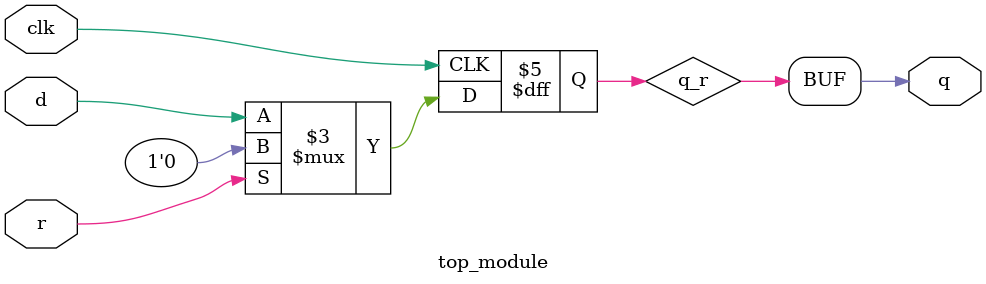
<source format=v>
module top_module (
    input clk,
    input d, 
    input r,   // synchronous reset
    output q);

    reg q_r;
    assign q = q_r;
    always @(posedge clk) 
        if (r) q_r <= 1'b0;
    	else   q_r <= d;
    
endmodule

</source>
